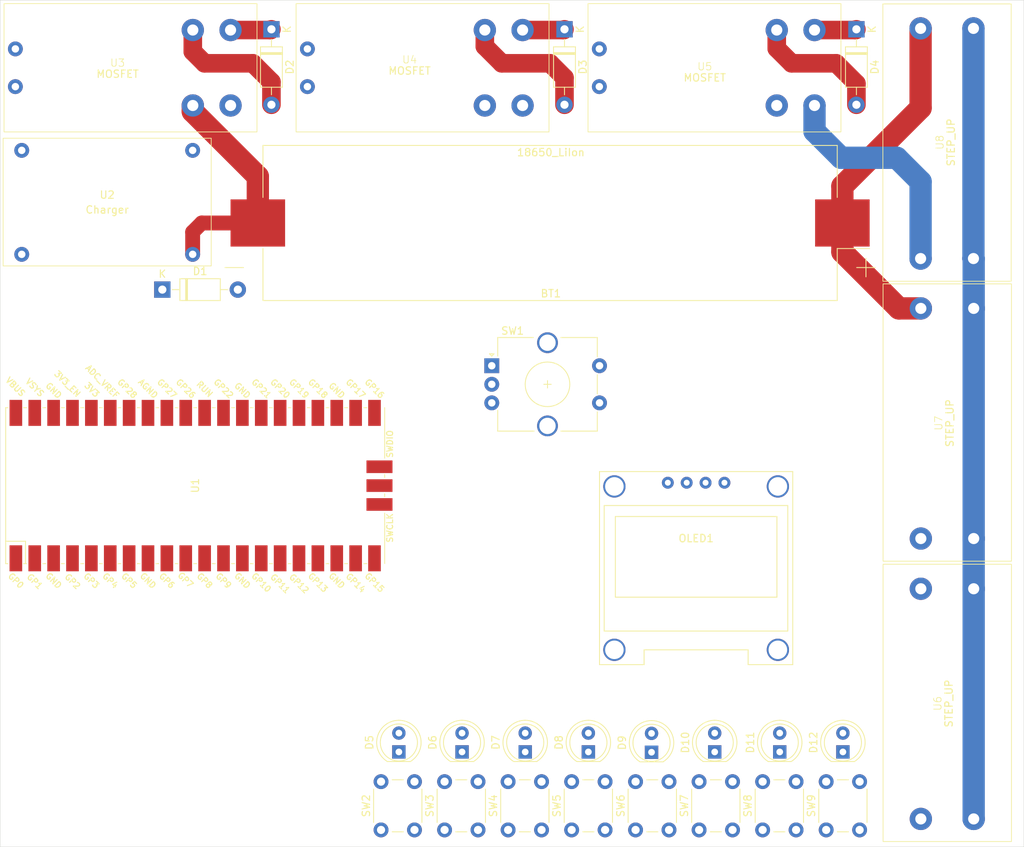
<source format=kicad_pcb>
(kicad_pcb (version 20240108) (generator "pcbnew") (generator_version "8.0")
  (title_block (title "LARS V2") (date "2024-04-01") (rev "1") (comment 1 "https://git.xythobuz.de/thomas/drumkit") (comment 2 "Licensed under the CERN-OHL-S-2.0+") (comment 4 "Copyright (c) 2024 Thomas Buck, Kauzerei"))
  (layers (0 "F.Cu" signal) (31 "B.Cu" signal) (34 "B.Paste" user) (35 "F.Paste" user) (36 "B.SilkS" user "B.Silkscreen") (37 "F.SilkS" user "F.Silkscreen") (38 "B.Mask" user) (39 "F.Mask" user) (44 "Edge.Cuts" user))
  (net 0 "")
  (net 3 "+BATT")
  (net 15 "Net-(D1-K)")
  (net 21 "Net-(U1-GPIO16)")
  (net 27 "GND")
  (net 29 "Net-(U1-GPIO17)")
  (net 44 "Net-(U1-GPIO18)")
  (net 45 "+3.3V")
  (net 46 "-BATT")
  (net 57 "Net-(D2-A)")
  (net 58 "Net-(D2-K)")
  (net 60 "Net-(D3-K)")
  (net 61 "Net-(D3-A)")
  (net 65 "Net-(D4-A)")
  (net 66 "Net-(D4-K)")
  (net 67 "Net-(U3-Vin+)")
  (net 69 "Net-(U4-Vin+)")
  (net 71 "Net-(U5-Vin+)")
  (footprint "Button_Switch_THT:SW_PUSH_6mm_H5mm" (layer "F.Cu") (at 134.1 152.5 90)
    (property "Reference" "SW2" (at 3.25 -2 -90) (layer "F.SilkS"))
    (property "Value" "SW_Push")
    (fp_line (start 5.5 -1) (end 1 -1) (stroke (width 0.12)) (layer "F.SilkS"))
    (fp_line (start -0.25 1.5) (end -0.25 3) (stroke (width 0.12)) (layer "F.SilkS"))
    (fp_line (start 6.75 3) (end 6.75 1.5) (stroke (width 0.12)) (layer "F.SilkS"))
    (fp_line (start 1 5.5) (end 5.5 5.5) (stroke (width 0.12)) (layer "F.SilkS"))
    (pad "1" thru_hole circle (at 0 0 180) (size 2 2) (drill 1.1) (layers "*.Cu" "*.Mask"))
    (pad "1" thru_hole circle (at 6.5 0 180) (size 2 2) (drill 1.1) (layers "*.Cu" "*.Mask"))
    (pad "2" thru_hole circle (at 0 4.5 180) (size 2 2) (drill 1.1) (layers "*.Cu" "*.Mask"))
    (pad "2" thru_hole circle (at 6.5 4.5 180) (size 2 2) (drill 1.1) (layers "*.Cu" "*.Mask"))
  )
  (footprint "chinese_modules:xy-mos" (layer "F.Cu") (at 117.406 41.244 180)
    (property "Reference" "U3" (at 18.76 -7.98 0) (layer "F.SilkS") (effects (font (thickness 0.1))))
    (property "Value" "MOSFET" (at 18.76 -9.48 0) (layer "F.SilkS"))
    (fp_rect (start 0 -17.272) (end 34.036 0) (stroke (width 0.1)) (fill none) (layer "F.SilkS"))
    (pad "1" thru_hole circle (at 3.556 -13.716 180) (size 3 3) (drill 1.5) (layers "*.Cu" "*.Mask") (net 67 "Net-(U3-Vin+)"))
    (pad "2" thru_hole circle (at 8.636 -13.716 180) (size 3 3) (drill 1.5) (layers "*.Cu" "*.Mask") (net 46 "-BATT"))
    (pad "3" thru_hole circle (at 3.556 -3.556 180) (size 3 3) (drill 1.5) (layers "*.Cu" "*.Mask") (net 58 "Net-(D2-K)"))
    (pad "4" thru_hole circle (at 8.636 -3.556 180) (size 3 3) (drill 1.5) (layers "*.Cu" "*.Mask") (net 57 "Net-(D2-A)"))
    (pad "5" thru_hole circle (at 32.512 -11.176 180) (size 2 2) (drill 1) (layers "*.Cu" "*.Mask"))
    (pad "6" thru_hole circle (at 32.512 -6.096 180) (size 2 2) (drill 1) (layers "*.Cu" "*.Mask"))
  )
  (footprint "Button_Switch_THT:SW_PUSH_6mm_H5mm" (layer "F.Cu") (at 142.65 152.5 90)
    (property "Reference" "SW3" (at 3.25 -2 -90) (layer "F.SilkS"))
    (property "Value" "SW_Push")
    (fp_line (start 5.5 -1) (end 1 -1) (stroke (width 0.12)) (layer "F.SilkS"))
    (fp_line (start -0.25 1.5) (end -0.25 3) (stroke (width 0.12)) (layer "F.SilkS"))
    (fp_line (start 6.75 3) (end 6.75 1.5) (stroke (width 0.12)) (layer "F.SilkS"))
    (fp_line (start 1 5.5) (end 5.5 5.5) (stroke (width 0.12)) (layer "F.SilkS"))
    (pad "1" thru_hole circle (at 0 0 180) (size 2 2) (drill 1.1) (layers "*.Cu" "*.Mask"))
    (pad "1" thru_hole circle (at 6.5 0 180) (size 2 2) (drill 1.1) (layers "*.Cu" "*.Mask"))
    (pad "2" thru_hole circle (at 0 4.5 180) (size 2 2) (drill 1.1) (layers "*.Cu" "*.Mask"))
    (pad "2" thru_hole circle (at 6.5 4.5 180) (size 2 2) (drill 1.1) (layers "*.Cu" "*.Mask"))
  )
  (footprint "Diode_THT:D_DO-41_SOD81_P10.16mm_Horizontal" (layer "F.Cu") (at 198.068 44.7 -90)
    (property "Reference" "D4" (at 5.08 -2.47 90) (layer "F.SilkS"))
    (property "Value" "1N5819")
    (fp_line (start 2.36 1.47) (end 7.8 1.47) (stroke (width 0.12)) (layer "F.SilkS"))
    (fp_line (start 7.8 1.47) (end 7.8 -1.47) (stroke (width 0.12)) (layer "F.SilkS"))
    (fp_line (start 1.34 0) (end 2.36 0) (stroke (width 0.12)) (layer "F.SilkS"))
    (fp_line (start 8.82 0) (end 7.8 0) (stroke (width 0.12)) (layer "F.SilkS"))
    (fp_line (start 2.36 -1.47) (end 2.36 1.47) (stroke (width 0.12)) (layer "F.SilkS"))
    (fp_line (start 3.14 -1.47) (end 3.14 1.47) (stroke (width 0.12)) (layer "F.SilkS"))
    (fp_line (start 3.26 -1.47) (end 3.26 1.47) (stroke (width 0.12)) (layer "F.SilkS"))
    (fp_line (start 3.38 -1.47) (end 3.38 1.47) (stroke (width 0.12)) (layer "F.SilkS"))
    (fp_line (start 7.8 -1.47) (end 2.36 -1.47) (stroke (width 0.12)) (layer "F.SilkS"))
    (fp_text user "K" (at 0 -2.1 90) (layer "F.SilkS"))
    (pad "1" thru_hole rect (at 0 0 270) (size 2.2 2.2) (drill 1.1) (layers "*.Cu" "*.Mask") (net 66 "Net-(D4-K)"))
    (pad "2" thru_hole oval (at 10.16 0 270) (size 2.2 2.2) (drill 1.1) (layers "*.Cu" "*.Mask") (net 65 "Net-(D4-A)"))
  )
  (footprint "chinese_modules:dc-dc module" (layer "F.Cu") (at 208.738 57.28 -90)
    (property "Reference" "U8" (at 2.652 -0.556 90) (layer "F.SilkS") (effects (font (thickness 0.1))))
    (property "Value" "STEP_UP" (at 2.652 -2.056 90) (layer "F.SilkS"))
    (fp_rect (start -16.002 -10.16) (end 21.336 7.112) (stroke (width 0.1)) (fill none) (layer "F.SilkS"))
    (pad "1" thru_hole circle (at -12.7 -5.08 270) (size 3 3) (drill 1.5) (layers "*.Cu" "*.Mask") (net 46 "-BATT"))
    (pad "2" thru_hole circle (at -12.7 2.032 270) (size 3 3) (drill 1.5) (layers "*.Cu" "*.Mask") (net 3 "+BATT"))
    (pad "3" thru_hole circle (at 18.288 -5.08 270) (size 3 3) (drill 1.5) (layers "*.Cu" "*.Mask") (net 46 "-BATT"))
    (pad "4" thru_hole circle (at 18.288 2.032 270) (size 3 3) (drill 1.5) (layers "*.Cu" "*.Mask") (net 71 "Net-(U5-Vin+)"))
  )
  (footprint "Button_Switch_THT:SW_PUSH_6mm_H5mm" (layer "F.Cu") (at 176.9 152.5 90)
    (property "Reference" "SW7" (at 3.25 -2 -90) (layer "F.SilkS"))
    (property "Value" "SW_Push")
    (fp_line (start 5.5 -1) (end 1 -1) (stroke (width 0.12)) (layer "F.SilkS"))
    (fp_line (start -0.25 1.5) (end -0.25 3) (stroke (width 0.12)) (layer "F.SilkS"))
    (fp_line (start 6.75 3) (end 6.75 1.5) (stroke (width 0.12)) (layer "F.SilkS"))
    (fp_line (start 1 5.5) (end 5.5 5.5) (stroke (width 0.12)) (layer "F.SilkS"))
    (pad "1" thru_hole circle (at 0 0 180) (size 2 2) (drill 1.1) (layers "*.Cu" "*.Mask"))
    (pad "1" thru_hole circle (at 6.5 0 180) (size 2 2) (drill 1.1) (layers "*.Cu" "*.Mask"))
    (pad "2" thru_hole circle (at 0 4.5 180) (size 2 2) (drill 1.1) (layers "*.Cu" "*.Mask"))
    (pad "2" thru_hole circle (at 6.5 4.5 180) (size 2 2) (drill 1.1) (layers "*.Cu" "*.Mask"))
  )
  (footprint "Rotary_Encoder:RotaryEncoder_Alps_EC12E-Switch_Vertical_H20mm_CircularMountingHoles" (layer "F.Cu") (at 149 90)
    (property "Reference" "SW1" (at 2.8 -4.7 0) (layer "F.SilkS"))
    (property "Value" "RotaryEncoder_Switch")
    (fp_line (start -0.3 -1.6) (end 0.3 -1.6) (stroke (width 0.12)) (layer "F.SilkS"))
    (fp_line (start 0 -1.3) (end -0.3 -1.6) (stroke (width 0.12)) (layer "F.SilkS"))
    (fp_line (start 0.3 -1.6) (end 0 -1.3) (stroke (width 0.12)) (layer "F.SilkS"))
    (fp_line (start 0.8 -3.8) (end 0.8 -1.3) (stroke (width 0.12)) (layer "F.SilkS"))
    (fp_line (start 0.8 8.8) (end 0.8 6) (stroke (width 0.12)) (layer "F.SilkS"))
    (fp_line (start 5.6 -3.8) (end 0.8 -3.8) (stroke (width 0.12)) (layer "F.SilkS"))
    (fp_line (start 5.7 8.8) (end 0.8 8.8) (stroke (width 0.12)) (layer "F.SilkS"))
    (fp_line (start 7 2.5) (end 8 2.5) (stroke (width 0.12)) (layer "F.SilkS"))
    (fp_line (start 7.5 2) (end 7.5 3) (stroke (width 0.12)) (layer "F.SilkS"))
    (fp_line (start 9.3 -3.8) (end 14.2 -3.8) (stroke (width 0.12)) (layer "F.SilkS"))
    (fp_line (start 14.2 -3.8) (end 14.2 -1.2) (stroke (width 0.12)) (layer "F.SilkS"))
    (fp_line (start 14.2 1.2) (end 14.2 3.8) (stroke (width 0.12)) (layer "F.SilkS"))
    (fp_line (start 14.2 6.2) (end 14.2 8.8) (stroke (width 0.12)) (layer "F.SilkS"))
    (fp_line (start 14.2 8.8) (end 9.3 8.8) (stroke (width 0.12)) (layer "F.SilkS"))
    (fp_circle (center 7.5 2.5) (end 10.5 2.5) (stroke (width 0.12)) (fill none) (layer "F.SilkS"))
    (pad "A" thru_hole rect (at 0 0) (size 2 2) (drill 1) (layers "*.Cu" "*.Mask") (net 29 "Net-(U1-GPIO17)"))
    (pad "B" thru_hole circle (at 0 5) (size 2 2) (drill 1) (layers "*.Cu" "*.Mask") (net 44 "Net-(U1-GPIO18)"))
    (pad "C" thru_hole circle (at 0 2.5) (size 2 2) (drill 1) (layers "*.Cu" "*.Mask") (net 27 "GND"))
    (pad "MP" thru_hole circle (at 7.5 -3.1) (size 2.8 2.8) (drill 2.2) (layers "*.Cu" "*.Mask"))
    (pad "MP" thru_hole circle (at 7.5 8.1) (size 2.8 2.8) (drill 2.2) (layers "*.Cu" "*.Mask"))
    (pad "S1" thru_hole circle (at 14.5 0) (size 2 2) (drill 1) (layers "*.Cu" "*.Mask") (net 21 "Net-(U1-GPIO16)"))
    (pad "S2" thru_hole circle (at 14.5 5) (size 2 2) (drill 1) (layers "*.Cu" "*.Mask") (net 27 "GND"))
  )
  (footprint "Button_Switch_THT:SW_PUSH_6mm_H5mm" (layer "F.Cu") (at 159.75 152.5 90)
    (property "Reference" "SW5" (at 3.25 -2 -90) (layer "F.SilkS"))
    (property "Value" "SW_Push")
    (fp_line (start 5.5 -1) (end 1 -1) (stroke (width 0.12)) (layer "F.SilkS"))
    (fp_line (start -0.25 1.5) (end -0.25 3) (stroke (width 0.12)) (layer "F.SilkS"))
    (fp_line (start 6.75 3) (end 6.75 1.5) (stroke (width 0.12)) (layer "F.SilkS"))
    (fp_line (start 1 5.5) (end 5.5 5.5) (stroke (width 0.12)) (layer "F.SilkS"))
    (pad "1" thru_hole circle (at 0 0 180) (size 2 2) (drill 1.1) (layers "*.Cu" "*.Mask"))
    (pad "1" thru_hole circle (at 6.5 0 180) (size 2 2) (drill 1.1) (layers "*.Cu" "*.Mask"))
    (pad "2" thru_hole circle (at 0 4.5 180) (size 2 2) (drill 1.1) (layers "*.Cu" "*.Mask"))
    (pad "2" thru_hole circle (at 6.5 4.5 180) (size 2 2) (drill 1.1) (layers "*.Cu" "*.Mask"))
  )
  (footprint "Button_Switch_THT:SW_PUSH_6mm_H5mm" (layer "F.Cu") (at 151.2 152.5 90)
    (property "Reference" "SW4" (at 3.25 -2 -90) (layer "F.SilkS"))
    (property "Value" "SW_Push")
    (fp_line (start 5.5 -1) (end 1 -1) (stroke (width 0.12)) (layer "F.SilkS"))
    (fp_line (start -0.25 1.5) (end -0.25 3) (stroke (width 0.12)) (layer "F.SilkS"))
    (fp_line (start 6.75 3) (end 6.75 1.5) (stroke (width 0.12)) (layer "F.SilkS"))
    (fp_line (start 1 5.5) (end 5.5 5.5) (stroke (width 0.12)) (layer "F.SilkS"))
    (pad "1" thru_hole circle (at 0 0 180) (size 2 2) (drill 1.1) (layers "*.Cu" "*.Mask"))
    (pad "1" thru_hole circle (at 6.5 0 180) (size 2 2) (drill 1.1) (layers "*.Cu" "*.Mask"))
    (pad "2" thru_hole circle (at 0 4.5 180) (size 2 2) (drill 1.1) (layers "*.Cu" "*.Mask"))
    (pad "2" thru_hole circle (at 6.5 4.5 180) (size 2 2) (drill 1.1) (layers "*.Cu" "*.Mask"))
  )
  (footprint "KiCad-RP-Pico:RPi_Pico_SMD_only" (layer "F.Cu") (at 109.09 106.14 90)
    (property "Reference" "U1" (at 0 0 90) (layer "F.SilkS"))
    (property "Value" "Pico")
    (fp_line (start 10.5 -25.5) (end 10.5 -25.2) (stroke (width 0.12)) (layer "F.SilkS"))
    (fp_line (start -10.5 -25.5) (end 10.5 -25.5) (stroke (width 0.12)) (layer "F.SilkS"))
    (fp_line (start -10.5 -25.5) (end -10.5 -25.2) (stroke (width 0.12)) (layer "F.SilkS"))
    (fp_line (start 10.5 -23.1) (end 10.5 -22.7) (stroke (width 0.12)) (layer "F.SilkS"))
    (fp_line (start -10.5 -23.1) (end -10.5 -22.7) (stroke (width 0.12)) (layer "F.SilkS"))
    (fp_line (start -7.493 -22.833) (end -7.493 -25.5) (stroke (width 0.12)) (layer "F.SilkS"))
    (fp_line (start -10.5 -22.833) (end -7.493 -22.833) (stroke (width 0.12)) (layer "F.SilkS"))
    (fp_line (start 10.5 -20.5) (end 10.5 -20.1) (stroke (width 0.12)) (layer "F.SilkS"))
    (fp_line (start -10.5 -20.5) (end -10.5 -20.1) (stroke (width 0.12)) (layer "F.SilkS"))
    (fp_line (start 10.5 -18) (end 10.5 -17.6) (stroke (width 0.12)) (layer "F.SilkS"))
    (fp_line (start -10.5 -18) (end -10.5 -17.6) (stroke (width 0.12)) (layer "F.SilkS"))
    (fp_line (start 10.5 -15.4) (end 10.5 -15) (stroke (width 0.12)) (layer "F.SilkS"))
    (fp_line (start -10.5 -15.4) (end -10.5 -15) (stroke (width 0.12)) (layer "F.SilkS"))
    (fp_line (start 10.5 -12.9) (end 10.5 -12.5) (stroke (width 0.12)) (layer "F.SilkS"))
    (fp_line (start -10.5 -12.9) (end -10.5 -12.5) (stroke (width 0.12)) (layer "F.SilkS"))
    (fp_line (start 10.5 -10.4) (end 10.5 -10) (stroke (width 0.12)) (layer "F.SilkS"))
    (fp_line (start -10.5 -10.4) (end -10.5 -10) (stroke (width 0.12)) (layer "F.SilkS"))
    (fp_line (start 10.5 -7.8) (end 10.5 -7.4) (stroke (width 0.12)) (layer "F.SilkS"))
    (fp_line (start -10.5 -7.8) (end -10.5 -7.4) (stroke (width 0.12)) (layer "F.SilkS"))
    (fp_line (start 10.5 -5.3) (end 10.5 -4.9) (stroke (width 0.12)) (layer "F.SilkS"))
    (fp_line (start -10.5 -5.3) (end -10.5 -4.9) (stroke (width 0.12)) (layer "F.SilkS"))
    (fp_line (start 10.5 -2.7) (end 10.5 -2.3) (stroke (width 0.12)) (layer "F.SilkS"))
    (fp_line (start -10.5 -2.7) (end -10.5 -2.3) (stroke (width 0.12)) (layer "F.SilkS"))
    (fp_line (start 10.5 -0.2) (end 10.5 0.2) (stroke (width 0.12)) (layer "F.SilkS"))
    (fp_line (start -10.5 -0.2) (end -10.5 0.2) (stroke (width 0.12)) (layer "F.SilkS"))
    (fp_line (start 10.5 2.3) (end 10.5 2.7) (stroke (width 0.12)) (layer "F.SilkS"))
    (fp_line (start -10.5 2.3) (end -10.5 2.7) (stroke (width 0.12)) (layer "F.SilkS"))
    (fp_line (start 10.5 4.9) (end 10.5 5.3) (stroke (width 0.12)) (layer "F.SilkS"))
    (fp_line (start -10.5 4.9) (end -10.5 5.3) (stroke (width 0.12)) (layer "F.SilkS"))
    (fp_line (start 10.5 7.4) (end 10.5 7.8) (stroke (width 0.12)) (layer "F.SilkS"))
    (fp_line (start -10.5 7.4) (end -10.5 7.8) (stroke (width 0.12)) (layer "F.SilkS"))
    (fp_line (start 10.5 10) (end 10.5 10.4) (stroke (width 0.12)) (layer "F.SilkS"))
    (fp_line (start -10.5 10) (end -10.5 10.4) (stroke (width 0.12)) (layer "F.SilkS"))
    (fp_line (start 10.5 12.5) (end 10.5 12.9) (stroke (width 0.12)) (layer "F.SilkS"))
    (fp_line (start -10.5 12.5) (end -10.5 12.9) (stroke (width 0.12)) (layer "F.SilkS"))
    (fp_line (start 10.5 15.1) (end 10.5 15.5) (stroke (width 0.12)) (layer "F.SilkS"))
    (fp_line (start -10.5 15.1) (end -10.5 15.5) (stroke (width 0.12)) (layer "F.SilkS"))
    (fp_line (start 10.5 17.6) (end 10.5 18) (stroke (width 0.12)) (layer "F.SilkS"))
    (fp_line (start -10.5 17.6) (end -10.5 18) (stroke (width 0.12)) (layer "F.SilkS"))
    (fp_line (start 10.5 20.1) (end 10.5 20.5) (stroke (width 0.12)) (layer "F.SilkS"))
    (fp_line (start -10.5 20.1) (end -10.5 20.5) (stroke (width 0.12)) (layer "F.SilkS"))
    (fp_line (start 10.5 22.7) (end 10.5 23.1) (stroke (width 0.12)) (layer "F.SilkS"))
    (fp_line (start -10.5 22.7) (end -10.5 23.1) (stroke (width 0.12)) (layer "F.SilkS"))
    (fp_line (start 10.5 25.5) (end 3.7 25.5) (stroke (width 0.12)) (layer "F.SilkS"))
    (fp_line (start 1.1 25.5) (end 1.5 25.5) (stroke (width 0.12)) (layer "F.SilkS"))
    (fp_line (start -1.5 25.5) (end -1.1 25.5) (stroke (width 0.12)) (layer "F.SilkS"))
    (fp_line (start -3.7 25.5) (end -10.5 25.5) (stroke (width 0.12)) (layer "F.SilkS"))
    (fp_text user "GP21" (at 13.054 8.9 135) (layer "F.SilkS") (effects (font (size 0.8 0.8))))
    (fp_text user "GP3" (at -12.8 -13.97 135) (layer "F.SilkS") (effects (font (size 0.8 0.8))))
    (fp_text user "GND" (at -12.8 -6.35 135) (layer "F.SilkS") (effects (font (size 0.8 0.8))))
    (fp_text user "GP15" (at -13.054 24.13 135) (layer "F.SilkS") (effects (font (size 0.8 0.8))))
    (fp_text user "GP19" (at 13.054 13.97 135) (layer "F.SilkS") (effects (font (size 0.8 0.8))))
    (fp_text user "GND" (at 12.8 6.35 135) (layer "F.SilkS") (effects (font (size 0.8 0.8))))
    (fp_text user "VBUS" (at 13.3 -24.2 135) (layer "F.SilkS") (effects (font (size 0.8 0.8))))
    (fp_text user "RUN" (at 13 1.27 135) (layer "F.SilkS") (effects (font (size 0.8 0.8))))
    (fp_text user "GP28" (at 13.054 -9.144 135) (layer "F.SilkS") (effects (font (size 0.8 0.8))))
    (fp_text user "GP0" (at -12.8 -24.13 135) (layer "F.SilkS") (effects (font (size 0.8 0.8))))
    (fp_text user "GP1" (at -12.9 -21.6 135) (layer "F.SilkS") (effects (font (size 0.8 0.8))))
    (fp_text user "GP27" (at 13.054 -3.8 135) (layer "F.SilkS") (effects (font (size 0.8 0.8))))
    (fp_text user "GND" (at -12.8 19.05 135) (layer "F.SilkS") (effects (font (size 0.8 0.8))))
    (fp_text user "3V3" (at 12.9 -13.9 135) (layer "F.SilkS") (effects (font (size 0.8 0.8))))
    (fp_text user "GP14" (at -13.1 21.59 135) (layer "F.SilkS") (effects (font (size 0.8 0.8))))
    (fp_text user "ADC_VREF" (at 14 -12.5 135) (layer "F.SilkS") (effects (font (size 0.8 0.8))))
    (fp_text user "GP12" (at -13.2 13.97 135) (layer "F.SilkS") (effects (font (size 0.8 0.8))))
    (fp_text user "GP16" (at 13.054 24.13 135) (layer "F.SilkS") (effects (font (size 0.8 0.8))))
    (fp_text user "GP18" (at 13.054 16.51 135) (layer "F.SilkS") (effects (font (size 0.8 0.8))))
    (fp_text user "GP26" (at 13.054 -1.27 135) (layer "F.SilkS") (effects (font (size 0.8 0.8))))
    (fp_text user "3V3_EN" (at 13.7 -17.2 135) (layer "F.SilkS") (effects (font (size 0.8 0.8))))
    (fp_text user "GP8" (at -12.8 1.27 135) (layer "F.SilkS") (effects (font (size 0.8 0.8))))
    (fp_text user "GP9" (at -12.8 3.81 135) (layer "F.SilkS") (effects (font (size 0.8 0.8))))
    (fp_text user "SWDIO" (at 5.6 26.2 90) (layer "F.SilkS") (effects (font (size 0.8 0.8))))
    (fp_text user "AGND" (at 13.054 -6.35 135) (layer "F.SilkS") (effects (font (size 0.8 0.8))))
    (fp_text user "GP10" (at -13.054 8.89 135) (layer "F.SilkS") (effects (font (size 0.8 0.8))))
    (fp_text user "GND" (at 12.8 19.05 135) (layer "F.SilkS") (effects (font (size 0.8 0.8))))
    (fp_text user "GP11" (at -13.2 11.43 135) (layer "F.SilkS") (effects (font (size 0.8 0.8))))
    (fp_text user "GP17" (at 13.054 21.59 135) (layer "F.SilkS") (effects (font (size 0.8 0.8))))
    (fp_text user "GP13" (at -13.054 16.51 135) (layer "F.SilkS") (effects (font (size 0.8 0.8))))
    (fp_text user "GP2" (at -12.9 -16.51 135) (layer "F.SilkS") (effects (font (size 0.8 0.8))))
    (fp_text user "SWCLK" (at -5.7 26.2 90) (layer "F.SilkS") (effects (font (size 0.8 0.8))))
    (fp_text user "GP20" (at 13.054 11.43 135) (layer "F.SilkS") (effects (font (size 0.8 0.8))))
    (fp_text user "GND" (at 12.8 -19.05 135) (layer "F.SilkS") (effects (font (size 0.8 0.8))))
    (fp_text user "GP5" (at -12.8 -8.89 135) (layer "F.SilkS") (effects (font (size 0.8 0.8))))
    (fp_text user "GND" (at -12.8 6.35 135) (layer "F.SilkS") (effects (font (size 0.8 0.8))))
    (fp_text user "GP7" (at -12.7 -1.3 135) (layer "F.SilkS") (effects (font (size 0.8 0.8))))
    (fp_text user "GP6" (at -12.8 -3.81 135) (layer "F.SilkS") (effects (font (size 0.8 0.8))))
    (fp_text user "GP22" (at 13.054 3.81 135) (layer "F.SilkS") (effects (font (size 0.8 0.8))))
    (fp_text user "GP4" (at -12.8 -11.43 135) (layer "F.SilkS") (effects (font (size 0.8 0.8))))
    (fp_text user "GND" (at -12.8 -19.05 135) (layer "F.SilkS") (effects (font (size 0.8 0.8))))
    (fp_text user "VSYS" (at 13.2 -21.59 135) (layer "F.SilkS") (effects (font (size 0.8 0.8))))
    (pad "" np_thru_hole oval (at -2.725 -24 90) (size 1.8 1.8) (drill 1.8) (layers "*.Cu" "*.Mask"))
    (pad "" np_thru_hole oval (at -2.425 -20.97 90) (size 1.5 1.5) (drill 1.5) (layers "*.Cu" "*.Mask"))
    (pad "" np_thru_hole oval (at 2.425 -20.97 90) (size 1.5 1.5) (drill 1.5) (layers "*.Cu" "*.Mask"))
    (pad "" np_thru_hole oval (at 2.725 -24 90) (size 1.8 1.8) (drill 1.8) (layers "*.Cu" "*.Mask"))
    (pad "1" smd rect (at -8.89 -24.13 90) (size 3.5 1.7) (drill (offset -0.9 0)) (layers "F.Cu" "F.Mask"))
    (pad "2" smd rect (at -8.89 -21.59 90) (size 3.5 1.7) (drill (offset -0.9 0)) (layers "F.Cu" "F.Mask"))
    (pad "3" smd rect (at -8.89 -19.05 90) (size 3.5 1.7) (drill (offset -0.9 0)) (layers "F.Cu" "F.Mask"))
    (pad "4" smd rect (at -8.89 -16.51 90) (size 3.5 1.7) (drill (offset -0.9 0)) (layers "F.Cu" "F.Mask"))
    (pad "5" smd rect (at -8.89 -13.97 90) (size 3.5 1.7) (drill (offset -0.9 0)) (layers "F.Cu" "F.Mask"))
    (pad "6" smd rect (at -8.89 -11.43 90) (size 3.5 1.7) (drill (offset -0.9 0)) (layers "F.Cu" "F.Mask"))
    (pad "7" smd rect (at -8.89 -8.89 90) (size 3.5 1.7) (drill (offset -0.9 0)) (layers "F.Cu" "F.Mask"))
    (pad "8" smd rect (at -8.89 -6.35 90) (size 3.5 1.7) (drill (offset -0.9 0)) (layers "F.Cu" "F.Mask"))
    (pad "9" smd rect (at -8.89 -3.81 90) (size 3.5 1.7) (drill (offset -0.9 0)) (layers "F.Cu" "F.Mask"))
    (pad "10" smd rect (at -8.89 -1.27 90) (size 3.5 1.7) (drill (offset -0.9 0)) (layers "F.Cu" "F.Mask"))
    (pad "11" smd rect (at -8.89 1.27 90) (size 3.5 1.7) (drill (offset -0.9 0)) (layers "F.Cu" "F.Mask"))
    (pad "12" smd rect (at -8.89 3.81 90) (size 3.5 1.7) (drill (offset -0.9 0)) (layers "F.Cu" "F.Mask"))
    (pad "13" smd rect (at -8.89 6.35 90) (size 3.5 1.7) (drill (offset -0.9 0)) (layers "F.Cu" "F.Mask"))
    (pad "14" smd rect (at -8.89 8.89 90) (size 3.5 1.7) (drill (offset -0.9 0)) (layers "F.Cu" "F.Mask"))
    (pad "15" smd rect (at -8.89 11.43 90) (size 3.5 1.7) (drill (offset -0.9 0)) (layers "F.Cu" "F.Mask"))
    (pad "16" smd rect (at -8.89 13.97 90) (size 3.5 1.7) (drill (offset -0.9 0)) (layers "F.Cu" "F.Mask"))
    (pad "17" smd rect (at -8.89 16.51 90) (size 3.5 1.7) (drill (offset -0.9 0)) (layers "F.Cu" "F.Mask"))
    (pad "18" smd rect (at -8.89 19.05 90) (size 3.5 1.7) (drill (offset -0.9 0)) (layers "F.Cu" "F.Mask"))
    (pad "19" smd rect (at -8.89 21.59 90) (size 3.5 1.7) (drill (offset -0.9 0)) (layers "F.Cu" "F.Mask"))
    (pad "20" smd rect (at -8.89 24.13 90) (size 3.5 1.7) (drill (offset -0.9 0)) (layers "F.Cu" "F.Mask"))
    (pad "21" smd rect (at 8.89 24.13 90) (size 3.5 1.7) (drill (offset 0.9 0)) (layers "F.Cu" "F.Mask") (net 21 "Net-(U1-GPIO16)"))
    (pad "22" smd rect (at 8.89 21.59 90) (size 3.5 1.7) (drill (offset 0.9 0)) (layers "F.Cu" "F.Mask") (net 29 "Net-(U1-GPIO17)"))
    (pad "23" smd rect (at 8.89 19.05 90) (size 3.5 1.7) (drill (offset 0.9 0)) (layers "F.Cu" "F.Mask"))
    (pad "24" smd rect (at 8.89 16.51 90) (size 3.5 1.7) (drill (offset 0.9 0)) (layers "F.Cu" "F.Mask") (net 44 "Net-(U1-GPIO18)"))
    (pad "25" smd rect (at 8.89 13.97 90) (size 3.5 1.7) (drill (offset 0.9 0)) (layers "F.Cu" "F.Mask"))
    (pad "26" smd rect (at 8.89 11.43 90) (size 3.5 1.7) (drill (offset 0.9 0)) (layers "F.Cu" "F.Mask"))
    (pad "27" smd rect (at 8.89 8.89 90) (size 3.5 1.7) (drill (offset 0.9 0)) (layers "F.Cu" "F.Mask"))
    (pad "28" smd rect (at 8.89 6.35 90) (size 3.5 1.7) (drill (offset 0.9 0)) (layers "F.Cu" "F.Mask"))
    (pad "29" smd rect (at 8.89 3.81 90) (size 3.5 1.7) (drill (offset 0.9 0)) (layers "F.Cu" "F.Mask"))
    (pad "30" smd rect (at 8.89 1.27 90) (size 3.5 1.7) (drill (offset 0.9 0)) (layers "F.Cu" "F.Mask"))
    (pad "31" smd rect (at 8.89 -1.27 90) (size 3.5 1.7) (drill (offset 0.9 0)) (layers "F.Cu" "F.Mask"))
    (pad "32" smd rect (at 8.89 -3.81 90) (size 3.5 1.7) (drill (offset 0.9 0)) (layers "F.Cu" "F.Mask"))
    (pad "33" smd rect (at 8.89 -6.35 90) (size 3.5 1.7) (drill (offset 0.9 0)) (layers "F.Cu" "F.Mask"))
    (pad "34" smd rect (at 8.89 -8.89 90) (size 3.5 1.7) (drill (offset 0.9 0)) (layers "F.Cu" "F.Mask"))
    (pad "35" smd rect (at 8.89 -11.43 90) (size 3.5 1.7) (drill (offset 0.9 0)) (layers "F.Cu" "F.Mask"))
    (pad "36" smd rect (at 8.89 -13.97 90) (size 3.5 1.7) (drill (offset 0.9 0)) (layers "F.Cu" "F.Mask") (net 45 "+3.3V"))
    (pad "37" smd rect (at 8.89 -16.51 90) (size 3.5 1.7) (drill (offset 0.9 0)) (layers "F.Cu" "F.Mask"))
    (pad "38" smd rect (at 8.89 -19.05 90) (size 3.5 1.7) (drill (offset 0.9 0)) (layers "F.Cu" "F.Mask"))
    (pad "39" smd rect (at 8.89 -21.59 90) (size 3.5 1.7) (drill (offset 0.9 0)) (layers "F.Cu" "F.Mask") (net 15 "Net-(D1-K)"))
    (pad "40" smd rect (at 8.89 -24.13 90) (size 3.5 1.7) (drill (offset 0.9 0)) (layers "F.Cu" "F.Mask"))
    (pad "41" smd rect (at -2.54 23.9 180) (size 3.5 1.7) (drill (offset -0.9 0)) (layers "F.Cu" "F.Mask"))
    (pad "42" smd rect (at 0 23.9 180) (size 3.5 1.7) (drill (offset -0.9 0)) (layers "F.Cu" "F.Mask"))
    (pad "43" smd rect (at 2.54 23.9 180) (size 3.5 1.7) (drill (offset -0.9 0)) (layers "F.Cu" "F.Mask"))
  )
  (footprint "chinese_modules:dc-dc module" (layer "F.Cu") (at 208.77 94.98 -90)
    (property "Reference" "U7" (at 2.752 -0.364 90) (layer "F.SilkS") (effects (font (thickness 0.1))))
    (property "Value" "STEP_UP" (at 2.752 -1.864 90) (layer "F.SilkS"))
    (fp_rect (start -16.002 -10.16) (end 21.336 7.112) (stroke (width 0.1)) (fill none) (layer "F.SilkS"))
    (pad "1" thru_hole circle (at -12.7 -5.08 270) (size 3 3) (drill 1.5) (layers "*.Cu" "*.Mask") (net 46 "-BATT"))
    (pad "2" thru_hole circle (at -12.7 2.032 270) (size 3 3) (drill 1.5) (layers "*.Cu" "*.Mask") (net 3 "+BATT"))
    (pad "3" thru_hole circle (at 18.288 -5.08 270) (size 3 3) (drill 1.5) (layers "*.Cu" "*.Mask") (net 46 "-BATT"))
    (pad "4" thru_hole circle (at 18.288 2.032 270) (size 3 3) (drill 1.5) (layers "*.Cu" "*.Mask") (net 69 "Net-(U4-Vin+)"))
  )
  (footprint "Diode_THT:D_DO-41_SOD81_P10.16mm_Horizontal" (layer "F.Cu") (at 119.35 44.7 -90)
    (property "Reference" "D2" (at 5.08 -2.47 90) (layer "F.SilkS"))
    (property "Value" "1N5819")
    (fp_line (start 2.36 1.47) (end 7.8 1.47) (stroke (width 0.12)) (layer "F.SilkS"))
    (fp_line (start 7.8 1.47) (end 7.8 -1.47) (stroke (width 0.12)) (layer "F.SilkS"))
    (fp_line (start 1.34 0) (end 2.36 0) (stroke (width 0.12)) (layer "F.SilkS"))
    (fp_line (start 8.82 0) (end 7.8 0) (stroke (width 0.12)) (layer "F.SilkS"))
    (fp_line (start 2.36 -1.47) (end 2.36 1.47) (stroke (width 0.12)) (layer "F.SilkS"))
    (fp_line (start 3.14 -1.47) (end 3.14 1.47) (stroke (width 0.12)) (layer "F.SilkS"))
    (fp_line (start 3.26 -1.47) (end 3.26 1.47) (stroke (width 0.12)) (layer "F.SilkS"))
    (fp_line (start 3.38 -1.47) (end 3.38 1.47) (stroke (width 0.12)) (layer "F.SilkS"))
    (fp_line (start 7.8 -1.47) (end 2.36 -1.47) (stroke (width 0.12)) (layer "F.SilkS"))
    (fp_text user "K" (at 0 -2.1 90) (layer "F.SilkS"))
    (pad "1" thru_hole rect (at 0 0 270) (size 2.2 2.2) (drill 1.1) (layers "*.Cu" "*.Mask") (net 58 "Net-(D2-K)"))
    (pad "2" thru_hole oval (at 10.16 0 270) (size 2.2 2.2) (drill 1.1) (layers "*.Cu" "*.Mask") (net 57 "Net-(D2-A)"))
  )
  (footprint "LED_THT:LED_D5.0mm" (layer "F.Cu") (at 196.25 142 90)
    (property "Reference" "D12" (at 1.27 -3.96 -90) (layer "F.SilkS"))
    (property "Value" "LED")
    (fp_line (start -1.29 -1.545) (end -1.29 1.545) (stroke (width 0.12)) (layer "F.SilkS"))
    (fp_arc (start -1.29 -1.54483) (mid 2.072002 -2.880433) (end 4.26 0.000462) (stroke (width 0.12)) (layer "F.SilkS"))
    (fp_arc (start 4.26 -0.000462) (mid 2.072002 2.880433) (end -1.29 1.54483) (stroke (width 0.12)) (layer "F.SilkS"))
    (fp_circle (center 1.27 0) (end 3.77 0) (stroke (width 0.12)) (fill none) (layer "F.SilkS"))
    (pad "1" thru_hole rect (at 0 0 90) (size 1.8 1.8) (drill 0.9) (layers "*.Cu" "*.Mask"))
    (pad "2" thru_hole circle (at 2.54 0 90) (size 1.8 1.8) (drill 0.9) (layers "*.Cu" "*.Mask"))
  )
  (footprint "chinese_modules:xy-mos" (layer "F.Cu") (at 195.986 41.244 180)
    (property "Reference" "U5" (at 18.324 -8.476 0) (layer "F.SilkS") (effects (font (thickness 0.1))))
    (property "Value" "MOSFET" (at 18.324 -9.976 0) (layer "F.SilkS"))
    (fp_rect (start 0 -17.272) (end 34.036 0) (stroke (width 0.1)) (fill none) (layer "F.SilkS"))
    (pad "1" thru_hole circle (at 3.556 -13.716 180) (size 3 3) (drill 1.5) (layers "*.Cu" "*.Mask") (net 71 "Net-(U5-Vin+)"))
    (pad "2" thru_hole circle (at 8.636 -13.716 180) (size 3 3) (drill 1.5) (layers "*.Cu" "*.Mask") (net 46 "-BATT"))
    (pad "3" thru_hole circle (at 3.556 -3.556 180) (size 3 3) (drill 1.5) (layers "*.Cu" "*.Mask") (net 66 "Net-(D4-K)"))
    (pad "4" thru_hole circle (at 8.636 -3.556 180) (size 3 3) (drill 1.5) (layers "*.Cu" "*.Mask") (net 65 "Net-(D4-A)"))
    (pad "5" thru_hole circle (at 32.512 -11.176 180) (size 2 2) (drill 1) (layers "*.Cu" "*.Mask"))
    (pad "6" thru_hole circle (at 32.512 -6.096 180) (size 2 2) (drill 1) (layers "*.Cu" "*.Mask"))
  )
  (footprint "ssd1306:SSD1306_0.96_Oled" (layer "F.Cu") (at 163.5 130.25)
    (property "Reference" "OLED1" (at 13 -17 0) (layer "F.SilkS"))
    (property "Value" "SSD1306")
    (fp_line (start 0 -26) (end 0 0) (stroke (width 0.12)) (layer "F.SilkS"))
    (fp_line (start 0 0) (end 6 0) (stroke (width 0.12)) (layer "F.SilkS"))
    (fp_line (start 0.63 -21.43) (end 0.63 -4.53) (stroke (width 0.12)) (layer "F.SilkS"))
    (fp_line (start 0.63 -4.53) (end 25.33 -4.53) (stroke (width 0.12)) (layer "F.SilkS"))
    (fp_line (start 2.13 -19.95) (end 2.13 -9.09) (stroke (width 0.12)) (layer "F.SilkS"))
    (fp_line (start 2.13 -9.09) (end 23.87 -9.09) (stroke (width 0.12)) (layer "F.SilkS"))
    (fp_line (start 6 -2) (end 20 -2) (stroke (width 0.12)) (layer "F.SilkS"))
    (fp_line (start 6 0) (end 6 -2) (stroke (width 0.12)) (layer "F.SilkS"))
    (fp_line (start 20 -2) (end 20 0) (stroke (width 0.12)) (layer "F.SilkS"))
    (fp_line (start 20 0) (end 26 0) (stroke (width 0.12)) (layer "F.SilkS"))
    (fp_line (start 23.87 -19.95) (end 2.13 -19.95) (stroke (width 0.12)) (layer "F.SilkS"))
    (fp_line (start 23.87 -9.09) (end 23.87 -19.95) (stroke (width 0.12)) (layer "F.SilkS"))
    (fp_line (start 25.33 -21.43) (end 0.63 -21.43) (stroke (width 0.12)) (layer "F.SilkS"))
    (fp_line (start 25.33 -4.53) (end 25.33 -21.43) (stroke (width 0.12)) (layer "F.SilkS"))
    (fp_line (start 26 -26) (end 0 -26) (stroke (width 0.12)) (layer "F.SilkS"))
    (fp_line (start 26 0) (end 26 -26) (stroke (width 0.12)) (layer "F.SilkS"))
    (pad "" np_thru_hole circle (at 2 -24) (size 3 3) (drill 2.5) (layers "F&B.Cu" "*.Mask"))
    (pad "" np_thru_hole circle (at 2 -2) (size 3 3) (drill 2.5) (layers "F&B.Cu" "*.Mask"))
    (pad "" np_thru_hole circle (at 24 -24) (size 3 3) (drill 2.5) (layers "F&B.Cu" "*.Mask"))
    (pad "" np_thru_hole circle (at 24 -2) (size 3 3) (drill 2.5) (layers "F&B.Cu" "*.Mask"))
    (pad "1" thru_hole circle (at 9.19 -24.5) (size 1.6 1.6) (drill 0.8) (layers "*.Cu" "*.Mask"))
    (pad "2" thru_hole circle (at 11.73 -24.5) (size 1.6 1.6) (drill 0.8) (layers "*.Cu" "*.Mask"))
    (pad "3" thru_hole circle (at 14.27 -24.5) (size 1.6 1.6) (drill 0.8) (layers "*.Cu" "*.Mask"))
    (pad "4" thru_hole circle (at 16.81 -24.5) (size 1.6 1.6) (drill 0.8) (layers "*.Cu" "*.Mask"))
  )
  (footprint "LED_THT:LED_D5.0mm" (layer "F.Cu") (at 170.5 142.04 90)
    (property "Reference" "D9" (at 1.27 -3.96 -90) (layer "F.SilkS"))
    (property "Value" "LED")
    (fp_line (start -1.29 -1.545) (end -1.29 1.545) (stroke (width 0.12)) (layer "F.SilkS"))
    (fp_arc (start -1.29 -1.54483) (mid 2.072002 -2.880433) (end 4.26 0.000462) (stroke (width 0.12)) (layer "F.SilkS"))
    (fp_arc (start 4.26 -0.000462) (mid 2.072002 2.880433) (end -1.29 1.54483) (stroke (width 0.12)) (layer "F.SilkS"))
    (fp_circle (center 1.27 0) (end 3.77 0) (stroke (width 0.12)) (fill none) (layer "F.SilkS"))
    (pad "1" thru_hole rect (at 0 0 90) (size 1.8 1.8) (drill 0.9) (layers "*.Cu" "*.Mask"))
    (pad "2" thru_hole circle (at 2.54 0 90) (size 1.8 1.8) (drill 0.9) (layers "*.Cu" "*.Mask"))
  )
  (footprint "Diode_THT:D_DO-41_SOD81_P10.16mm_Horizontal" (layer "F.Cu") (at 104.67 79.75)
    (property "Reference" "D1" (at 5.08 -2.47 0) (layer "F.SilkS"))
    (property "Value" "1N5819")
    (fp_line (start 1.34 0) (end 2.36 0) (stroke (width 0.12)) (layer "F.SilkS"))
    (fp_line (start 2.36 -1.47) (end 2.36 1.47) (stroke (width 0.12)) (layer "F.SilkS"))
    (fp_line (start 2.36 1.47) (end 7.8 1.47) (stroke (width 0.12)) (layer "F.SilkS"))
    (fp_line (start 3.14 -1.47) (end 3.14 1.47) (stroke (width 0.12)) (layer "F.SilkS"))
    (fp_line (start 3.26 -1.47) (end 3.26 1.47) (stroke (width 0.12)) (layer "F.SilkS"))
    (fp_line (start 3.38 -1.47) (end 3.38 1.47) (stroke (width 0.12)) (layer "F.SilkS"))
    (fp_line (start 7.8 -1.47) (end 2.36 -1.47) (stroke (width 0.12)) (layer "F.SilkS"))
    (fp_line (start 7.8 1.47) (end 7.8 -1.47) (stroke (width 0.12)) (layer "F.SilkS"))
    (fp_line (start 8.82 0) (end 7.8 0) (stroke (width 0.12)) (layer "F.SilkS"))
    (fp_text user "K" (at 0 -2.1 0) (layer "F.SilkS"))
    (pad "1" thru_hole rect (at 0 0) (size 2.2 2.2) (drill 1.1) (layers "*.Cu" "*.Mask") (net 15 "Net-(D1-K)"))
    (pad "2" thru_hole oval (at 10.16 0) (size 2.2 2.2) (drill 1.1) (layers "*.Cu" "*.Mask") (net 3 "+BATT"))
  )
  (footprint "Battery:BatteryHolder_Keystone_1042_1x18650" (layer "F.Cu") (at 156.85 70.78 180)
    (property "Reference" "BT1" (at -0.1 -9.5 180) (layer "F.SilkS"))
    (property "Value" "18650_LiIon" (at -0.1 9.5 180) (layer "F.SilkS"))
    (fp_line (start 43.75 -6) (end 41.25 -6) (stroke (width 0.12)) (layer "F.SilkS"))
    (fp_line (start 38.64 10.44) (end -38.64 10.44) (stroke (width 0.12)) (layer "F.SilkS"))
    (fp_line (start 38.64 3.44) (end 38.64 10.44) (stroke (width 0.12)) (layer "F.SilkS"))
    (fp_line (start 38.64 -3.44) (end 38.64 -10.42) (stroke (width 0.12)) (layer "F.SilkS"))
    (fp_line (start 38.64 -10.44) (end -38.64 -10.44) (stroke (width 0.12)) (layer "F.SilkS"))
    (fp_line (start -38.64 10.44) (end -38.64 3.44) (stroke (width 0.12)) (layer "F.SilkS"))
    (fp_line (start -38.64 -3.44) (end -43 -3.44) (stroke (width 0.12)) (layer "F.SilkS"))
    (fp_line (start -38.64 -10.44) (end -38.64 -3.44) (stroke (width 0.12)) (layer "F.SilkS"))
    (fp_line (start -42.5 -4.75) (end -42.5 -7.25) (stroke (width 0.12)) (layer "F.SilkS"))
    (fp_line (start -43.75 -6) (end -41.25 -6) (stroke (width 0.12)) (layer "F.SilkS"))
    (pad "" np_thru_hole circle (at -35.93 -8 180) (size 2.39 2.39) (drill 2.39) (layers "*.Cu" "*.Mask"))
    (pad "" np_thru_hole circle (at -27.6 8 180) (size 3.45 3.45) (drill 3.45) (layers "*.Cu" "*.Mask"))
    (pad "" np_thru_hole circle (at 27.6 -8 180) (size 3.45 3.45) (drill 3.45) (layers "*.Cu" "*.Mask"))
    (pad "1" smd rect (at -39.33 0 180) (size 7.34 6.35) (layers "F.Cu" "F.Paste" "F.Mask") (net 3 "+BATT"))
    (pad "2" smd rect (at 39.33 0 180) (size 7.34 6.35) (layers "F.Cu" "F.Paste" "F.Mask") (net 46 "-BATT"))
  )
  (footprint "Button_Switch_THT:SW_PUSH_6mm_H5mm" (layer "F.Cu") (at 185.45 152.5 90)
    (property "Reference" "SW8" (at 3.25 -2 -90) (layer "F.SilkS"))
    (property "Value" "SW_Push")
    (fp_line (start 5.5 -1) (end 1 -1) (stroke (width 0.12)) (layer "F.SilkS"))
    (fp_line (start -0.25 1.5) (end -0.25 3) (stroke (width 0.12)) (layer "F.SilkS"))
    (fp_line (start 6.75 3) (end 6.75 1.5) (stroke (width 0.12)) (layer "F.SilkS"))
    (fp_line (start 1 5.5) (end 5.5 5.5) (stroke (width 0.12)) (layer "F.SilkS"))
    (pad "1" thru_hole circle (at 0 0 180) (size 2 2) (drill 1.1) (layers "*.Cu" "*.Mask"))
    (pad "1" thru_hole circle (at 6.5 0 180) (size 2 2) (drill 1.1) (layers "*.Cu" "*.Mask"))
    (pad "2" thru_hole circle (at 0 4.5 180) (size 2 2) (drill 1.1) (layers "*.Cu" "*.Mask"))
    (pad "2" thru_hole circle (at 6.5 4.5 180) (size 2 2) (drill 1.1) (layers "*.Cu" "*.Mask"))
  )
  (footprint "Diode_THT:D_DO-41_SOD81_P10.16mm_Horizontal" (layer "F.Cu") (at 158.786 44.7 -90)
    (property "Reference" "D3" (at 5.08 -2.47 90) (layer "F.SilkS"))
    (property "Value" "1N5819")
    (fp_line (start 2.36 1.47) (end 7.8 1.47) (stroke (width 0.12)) (layer "F.SilkS"))
    (fp_line (start 7.8 1.47) (end 7.8 -1.47) (stroke (width 0.12)) (layer "F.SilkS"))
    (fp_line (start 1.34 0) (end 2.36 0) (stroke (width 0.12)) (layer "F.SilkS"))
    (fp_line (start 8.82 0) (end 7.8 0) (stroke (width 0.12)) (layer "F.SilkS"))
    (fp_line (start 2.36 -1.47) (end 2.36 1.47) (stroke (width 0.12)) (layer "F.SilkS"))
    (fp_line (start 3.14 -1.47) (end 3.14 1.47) (stroke (width 0.12)) (layer "F.SilkS"))
    (fp_line (start 3.26 -1.47) (end 3.26 1.47) (stroke (width 0.12)) (layer "F.SilkS"))
    (fp_line (start 3.38 -1.47) (end 3.38 1.47) (stroke (width 0.12)) (layer "F.SilkS"))
    (fp_line (start 7.8 -1.47) (end 2.36 -1.47) (stroke (width 0.12)) (layer "F.SilkS"))
    (fp_text user "K" (at 0 -2.1 90) (layer "F.SilkS"))
    (pad "1" thru_hole rect (at 0 0 270) (size 2.2 2.2) (drill 1.1) (layers "*.Cu" "*.Mask") (net 60 "Net-(D3-K)"))
    (pad "2" thru_hole oval (at 10.16 0 270) (size 2.2 2.2) (drill 1.1) (layers "*.Cu" "*.Mask") (net 61 "Net-(D3-A)"))
  )
  (footprint "LED_THT:LED_D5.0mm" (layer "F.Cu") (at 179 142 90)
    (property "Reference" "D10" (at 1.27 -3.96 -90) (layer "F.SilkS"))
    (property "Value" "LED")
    (fp_line (start -1.29 -1.545) (end -1.29 1.545) (stroke (width 0.12)) (layer "F.SilkS"))
    (fp_arc (start -1.29 -1.54483) (mid 2.072002 -2.880433) (end 4.26 0.000462) (stroke (width 0.12)) (layer "F.SilkS"))
    (fp_arc (start 4.26 -0.000462) (mid 2.072002 2.880433) (end -1.29 1.54483) (stroke (width 0.12)) (layer "F.SilkS"))
    (fp_circle (center 1.27 0) (end 3.77 0) (stroke (width 0.12)) (fill none) (layer "F.SilkS"))
    (pad "1" thru_hole rect (at 0 0 90) (size 1.8 1.8) (drill 0.9) (layers "*.Cu" "*.Mask"))
    (pad "2" thru_hole circle (at 2.54 0 90) (size 1.8 1.8) (drill 0.9) (layers "*.Cu" "*.Mask"))
  )
  (footprint "LED_THT:LED_D5.0mm" (layer "F.Cu") (at 136.5 142 90)
    (property "Reference" "D5" (at 1.27 -3.96 -90) (layer "F.SilkS"))
    (property "Value" "LED")
    (fp_line (start -1.29 -1.545) (end -1.29 1.545) (stroke (width 0.12)) (layer "F.SilkS"))
    (fp_arc (start -1.29 -1.54483) (mid 2.072002 -2.880433) (end 4.26 0.000462) (stroke (width 0.12)) (layer "F.SilkS"))
    (fp_arc (start 4.26 -0.000462) (mid 2.072002 2.880433) (end -1.29 1.54483) (stroke (width 0.12)) (layer "F.SilkS"))
    (fp_circle (center 1.27 0) (end 3.77 0) (stroke (width 0.12)) (fill none) (layer "F.SilkS"))
    (pad "1" thru_hole rect (at 0 0 90) (size 1.8 1.8) (drill 0.9) (layers "*.Cu" "*.Mask"))
    (pad "2" thru_hole circle (at 2.54 0 90) (size 1.8 1.8) (drill 0.9) (layers "*.Cu" "*.Mask"))
  )
  (footprint "LED_THT:LED_D5.0mm" (layer "F.Cu") (at 145 142 90)
    (property "Reference" "D6" (at 1.27 -3.96 -90) (layer "F.SilkS"))
    (property "Value" "LED")
    (fp_line (start -1.29 -1.545) (end -1.29 1.545) (stroke (width 0.12)) (layer "F.SilkS"))
    (fp_arc (start -1.29 -1.54483) (mid 2.072002 -2.880433) (end 4.26 0.000462) (stroke (width 0.12)) (layer "F.SilkS"))
    (fp_arc (start 4.26 -0.000462) (mid 2.072002 2.880433) (end -1.29 1.54483) (stroke (width 0.12)) (layer "F.SilkS"))
    (fp_circle (center 1.27 0) (end 3.77 0) (stroke (width 0.12)) (fill none) (layer "F.SilkS"))
    (pad "1" thru_hole rect (at 0 0 90) (size 1.8 1.8) (drill 0.9) (layers "*.Cu" "*.Mask"))
    (pad "2" thru_hole circle (at 2.54 0 90) (size 1.8 1.8) (drill 0.9) (layers "*.Cu" "*.Mask"))
  )
  (footprint "Button_Switch_THT:SW_PUSH_6mm_H5mm" (layer "F.Cu") (at 168.35 152.5 90)
    (property "Reference" "SW6" (at 3.25 -2 -90) (layer "F.SilkS"))
    (property "Value" "SW_Push")
    (fp_line (start 5.5 -1) (end 1 -1) (stroke (width 0.12)) (layer "F.SilkS"))
    (fp_line (start -0.25 1.5) (end -0.25 3) (stroke (width 0.12)) (layer "F.SilkS"))
    (fp_line (start 6.75 3) (end 6.75 1.5) (stroke (width 0.12)) (layer "F.SilkS"))
    (fp_line (start 1 5.5) (end 5.5 5.5) (stroke (width 0.12)) (layer "F.SilkS"))
    (pad "1" thru_hole circle (at 0 0 180) (size 2 2) (drill 1.1) (layers "*.Cu" "*.Mask"))
    (pad "1" thru_hole circle (at 6.5 0 180) (size 2 2) (drill 1.1) (layers "*.Cu" "*.Mask"))
    (pad "2" thru_hole circle (at 0 4.5 180) (size 2 2) (drill 1.1) (layers "*.Cu" "*.Mask"))
    (pad "2" thru_hole circle (at 6.5 4.5 180) (size 2 2) (drill 1.1) (layers "*.Cu" "*.Mask"))
  )
  (footprint "chinese_modules:charger" (layer "F.Cu") (at 97.25 68)
    (property "Reference" "U2" (hide yes))
    (property "Value" "Charger" (at 0 1 0) (layer "F.SilkS"))
    (fp_rect (start -14 8.564) (end 14 -8.636) (stroke (width 0.1)) (fill none) (layer "F.SilkS"))
    (fp_text user "${REFERENCE}" (at 0 -1 0) (layer "F.SilkS"))
    (pad "1" thru_hole circle (at -11.5 -7) (size 2 2) (drill 1) (layers "*.Cu" "*.Mask"))
    (pad "2" thru_hole circle (at -11.5 7) (size 2 2) (drill 1) (layers "*.Cu" "*.Mask"))
    (pad "3" thru_hole circle (at 11.5 -7) (size 2 2) (drill 1) (layers "*.Cu" "*.Mask") (net 3 "+BATT"))
    (pad "4" thru_hole circle (at 11.5 7) (size 2 2) (drill 1) (layers "*.Cu" "*.Mask") (net 46 "-BATT"))
  )
  (footprint "LED_THT:LED_D5.0mm" (layer "F.Cu") (at 187.75 142 90)
    (property "Reference" "D11" (at 1.27 -3.96 -90) (layer "F.SilkS"))
    (property "Value" "LED")
    (fp_line (start -1.29 -1.545) (end -1.29 1.545) (stroke (width 0.12)) (layer "F.SilkS"))
    (fp_arc (start -1.29 -1.54483) (mid 2.072002 -2.880433) (end 4.26 0.000462) (stroke (width 0.12)) (layer "F.SilkS"))
    (fp_arc (start 4.26 -0.000462) (mid 2.072002 2.880433) (end -1.29 1.54483) (stroke (width 0.12)) (layer "F.SilkS"))
    (fp_circle (center 1.27 0) (end 3.77 0) (stroke (width 0.12)) (fill none) (layer "F.SilkS"))
    (pad "1" thru_hole rect (at 0 0 90) (size 1.8 1.8) (drill 0.9) (layers "*.Cu" "*.Mask"))
    (pad "2" thru_hole circle (at 2.54 0 90) (size 1.8 1.8) (drill 0.9) (layers "*.Cu" "*.Mask"))
  )
  (footprint "chinese_modules:xy-mos" (layer "F.Cu") (at 156.704 41.244 180)
    (property "Reference" "U4" (at 18.76 -7.548 0) (layer "F.SilkS") (effects (font (thickness 0.1))))
    (property "Value" "MOSFET" (at 18.76 -9.048 0) (layer "F.SilkS"))
    (fp_rect (start 0 -17.272) (end 34.036 0) (stroke (width 0.1)) (fill none) (layer "F.SilkS"))
    (pad "1" thru_hole circle (at 3.556 -13.716 180) (size 3 3) (drill 1.5) (layers "*.Cu" "*.Mask") (net 69 "Net-(U4-Vin+)"))
    (pad "2" thru_hole circle (at 8.636 -13.716 180) (size 3 3) (drill 1.5) (layers "*.Cu" "*.Mask") (net 46 "-BATT"))
    (pad "3" thru_hole circle (at 3.556 -3.556 180) (size 3 3) (drill 1.5) (layers "*.Cu" "*.Mask") (net 60 "Net-(D3-K)"))
    (pad "4" thru_hole circle (at 8.636 -3.556 180) (size 3 3) (drill 1.5) (layers "*.Cu" "*.Mask") (net 61 "Net-(D3-A)"))
    (pad "5" thru_hole circle (at 32.512 -11.176 180) (size 2 2) (drill 1) (layers "*.Cu" "*.Mask"))
    (pad "6" thru_hole circle (at 32.512 -6.096 180) (size 2 2) (drill 1) (layers "*.Cu" "*.Mask"))
  )
  (footprint "chinese_modules:dc-dc module" (layer "F.Cu") (at 208.77 132.73 -90)
    (property "Reference" "U6" (at 2.752 -0.236 90) (layer "F.SilkS") (effects (font (thickness 0.1))))
    (property "Value" "STEP_UP" (at 2.752 -1.736 90) (layer "F.SilkS"))
    (fp_rect (start -16.002 -10.16) (end 21.336 7.112) (stroke (width 0.1)) (fill none) (layer "F.SilkS"))
    (pad "1" thru_hole circle (at -12.7 -5.08 270) (size 3 3) (drill 1.5) (layers "*.Cu" "*.Mask") (net 46 "-BATT"))
    (pad "2" thru_hole circle (at -12.7 2.032 270) (size 3 3) (drill 1.5) (layers "*.Cu" "*.Mask") (net 3 "+BATT"))
    (pad "3" thru_hole circle (at 18.288 -5.08 270) (size 3 3) (drill 1.5) (layers "*.Cu" "*.Mask") (net 46 "-BATT"))
    (pad "4" thru_hole circle (at 18.288 2.032 270) (size 3 3) (drill 1.5) (layers "*.Cu" "*.Mask") (net 67 "Net-(U3-Vin+)"))
  )
  (footprint "LED_THT:LED_D5.0mm" (layer "F.Cu") (at 162 142 90)
    (property "Reference" "D8" (at 1.27 -3.96 -90) (layer "F.SilkS"))
    (property "Value" "LED")
    (fp_line (start -1.29 -1.545) (end -1.29 1.545) (stroke (width 0.12)) (layer "F.SilkS"))
    (fp_arc (start -1.29 -1.54483) (mid 2.072002 -2.880433) (end 4.26 0.000462) (stroke (width 0.12)) (layer "F.SilkS"))
    (fp_arc (start 4.26 -0.000462) (mid 2.072002 2.880433) (end -1.29 1.54483) (stroke (width 0.12)) (layer "F.SilkS"))
    (fp_circle (center 1.27 0) (end 3.77 0) (stroke (width 0.12)) (fill none) (layer "F.SilkS"))
    (pad "1" thru_hole rect (at 0 0 90) (size 1.8 1.8) (drill 0.9) (layers "*.Cu" "*.Mask"))
    (pad "2" thru_hole circle (at 2.54 0 90) (size 1.8 1.8) (drill 0.9) (layers "*.Cu" "*.Mask"))
  )
  (footprint "LED_THT:LED_D5.0mm" (layer "F.Cu") (at 153.5 142 90)
    (property "Reference" "D7" (at 1.27 -3.96 -90) (layer "F.SilkS"))
    (property "Value" "LED")
    (fp_line (start -1.29 -1.545) (end -1.29 1.545) (stroke (width 0.12)) (layer "F.SilkS"))
    (fp_arc (start -1.29 -1.54483) (mid 2.072002 -2.880433) (end 4.26 0.000462) (stroke (width 0.12)) (layer "F.SilkS"))
    (fp_arc (start 4.26 -0.000462) (mid 2.072002 2.880433) (end -1.29 1.54483) (stroke (width 0.12)) (layer "F.SilkS"))
    (fp_circle (center 1.27 0) (end 3.77 0) (stroke (width 0.12)) (fill none) (layer "F.SilkS"))
    (pad "1" thru_hole rect (at 0 0 90) (size 1.8 1.8) (drill 0.9) (layers "*.Cu" "*.Mask"))
    (pad "2" thru_hole circle (at 2.54 0 90) (size 1.8 1.8) (drill 0.9) (layers "*.Cu" "*.Mask"))
  )
  (footprint "Button_Switch_THT:SW_PUSH_6mm_H5mm" (layer "F.Cu") (at 194 152.5 90)
    (property "Reference" "SW9" (at 3.25 -2 -90) (layer "F.SilkS"))
    (property "Value" "SW_Push")
    (fp_line (start 5.5 -1) (end 1 -1) (stroke (width 0.12)) (layer "F.SilkS"))
    (fp_line (start -0.25 1.5) (end -0.25 3) (stroke (width 0.12)) (layer "F.SilkS"))
    (fp_line (start 6.75 3) (end 6.75 1.5) (stroke (width 0.12)) (layer "F.SilkS"))
    (fp_line (start 1 5.5) (end 5.5 5.5) (stroke (width 0.12)) (layer "F.SilkS"))
    (pad "1" thru_hole circle (at 0 0 180) (size 2 2) (drill 1.1) (layers "*.Cu" "*.Mask"))
    (pad "1" thru_hole circle (at 6.5 0 180) (size 2 2) (drill 1.1) (layers "*.Cu" "*.Mask"))
    (pad "2" thru_hole circle (at 0 4.5 180) (size 2 2) (drill 1.1) (layers "*.Cu" "*.Mask"))
    (pad "2" thru_hole circle (at 6.5 4.5 180) (size 2 2) (drill 1.1) (layers "*.Cu" "*.Mask"))
  )
  (gr_rect (start 82.85 40.78) (end 220.6 154.78) (stroke (width 0.05)) (fill none) (layer "Edge.Cuts"))
  (segment (start 196.18 70.78) (end 196.18 65.82) (width 3) (layer "F.Cu") (net 3))
  (segment (start 206.706 55.294) (end 206.706 44.58) (width 3) (layer "F.Cu") (net 3))
  (segment (start 196.18 74.68) (end 203.78 82.28) (width 3) (layer "F.Cu") (net 3))
  (segment (start 196.18 65.82) (end 206.706 55.294) (width 3) (layer "F.Cu") (net 3))
  (segment (start 196.18 70.78) (end 196.18 74.68) (width 3) (layer "F.Cu") (net 3))
  (segment (start 203.78 82.28) (end 206.738 82.28) (width 3) (layer "F.Cu") (net 3))
  (segment (start 108.75 72) (end 109.97 70.78) (width 2) (layer "F.Cu") (net 46))
  (segment (start 108.77 54.96) (end 108.77 55.77) (width 3) (layer "F.Cu") (net 46))
  (segment (start 109.97 70.78) (end 117.52 70.78) (width 2) (layer "F.Cu") (net 46))
  (segment (start 108.75 75) (end 108.75 72) (width 2) (layer "F.Cu") (net 46))
  (segment (start 117.52 64.52) (end 117.52 70.78) (width 3) (layer "F.Cu") (net 46))
  (segment (start 108.77 55.77) (end 117.52 64.52) (width 3) (layer "F.Cu") (net 46))
  (segment (start 213.85 120.03) (end 213.85 151.018) (width 3) (layer "B.Cu") (net 46))
  (segment (start 213.85 82.28) (end 213.85 75.6) (width 3) (layer "B.Cu") (net 46))
  (segment (start 213.85 120.03) (end 213.85 113.268) (width 3) (layer "B.Cu") (net 46))
  (segment (start 213.818 44.58) (end 213.818 75.568) (width 3) (layer "B.Cu") (net 46))
  (segment (start 213.85 82.28) (end 213.85 113.268) (width 3) (layer "B.Cu") (net 46))
  (segment (start 213.85 75.6) (end 213.818 75.568) (width 3) (layer "B.Cu") (net 46))
  (segment (start 110.35 49.28) (end 116.85 49.28) (width 2.5) (layer "F.Cu") (net 57))
  (segment (start 108.77 44.8) (end 108.77 47.7) (width 2.5) (layer "F.Cu") (net 57))
  (segment (start 119.35 51.78) (end 119.35 54.86) (width 2.5) (layer "F.Cu") (net 57))
  (segment (start 116.85 49.28) (end 119.35 51.78) (width 2.5) (layer "F.Cu") (net 57))
  (segment (start 108.77 47.7) (end 110.35 49.28) (width 2.5) (layer "F.Cu") (net 57))
  (segment (start 113.85 44.8) (end 119.25 44.8) (width 2.5) (layer "F.Cu") (net 58))
  (segment (start 119.25 44.8) (end 119.35 44.7) (width 2.5) (layer "F.Cu") (net 58))
  (segment (start 158.686 44.8) (end 158.786 44.7) (width 2.5) (layer "F.Cu") (net 60))
  (segment (start 153.148 44.8) (end 158.686 44.8) (width 2.5) (layer "F.Cu") (net 60))
  (segment (start 158.786 51.216) (end 158.786 54.86) (width 2.5) (layer "F.Cu") (net 61))
  (segment (start 150.35 49.28) (end 156.85 49.28) (width 2.5) (layer "F.Cu") (net 61))
  (segment (start 156.85 49.28) (end 158.786 51.216) (width 2.5) (layer "F.Cu") (net 61))
  (segment (start 148.068 46.998) (end 150.35 49.28) (width 2.5) (layer "F.Cu") (net 61))
  (segment (start 148.068 44.8) (end 148.068 46.998) (width 2.5) (layer "F.Cu") (net 61))
  (segment (start 198.068 51.998) (end 198.068 54.86) (width 2.5) (layer "F.Cu") (net 65))
  (segment (start 189.35 49.28) (end 195.35 49.28) (width 2.5) (layer "F.Cu") (net 65))
  (segment (start 195.35 49.28) (end 198.068 51.998) (width 2.5) (layer "F.Cu") (net 65))
  (segment (start 187.35 44.8) (end 187.35 47.28) (width 2.5) (layer "F.Cu") (net 65))
  (segment (start 187.35 47.28) (end 189.35 49.28) (width 2.5) (layer "F.Cu") (net 65))
  (segment (start 192.43 44.8) (end 197.968 44.8) (width 2.5) (layer "F.Cu") (net 66))
  (segment (start 197.968 44.8) (end 198.068 44.7) (width 2.5) (layer "F.Cu") (net 66))
  (segment (start 192.43 54.96) (end 192.43 58.43) (width 3) (layer "B.Cu") (net 71))
  (segment (start 196 62) (end 203.5 62) (width 3) (layer "B.Cu") (net 71))
  (segment (start 192.43 58.43) (end 196 62) (width 3) (layer "B.Cu") (net 71))
  (segment (start 203.5 62) (end 206.706 65.206) (width 3) (layer "B.Cu") (net 71))
  (segment (start 206.706 65.206) (end 206.706 75.568) (width 3) (layer "B.Cu") (net 71))
)
</source>
